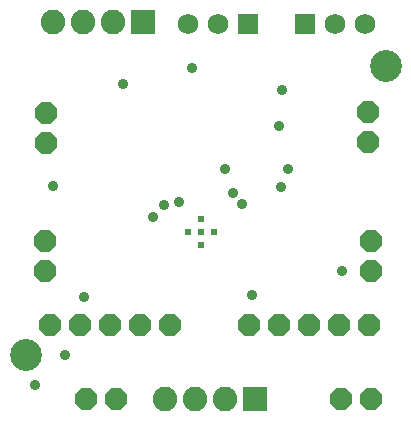
<source format=gbs>
G04 Layer_Color=8150272*
%FSLAX43Y43*%
%MOMM*%
G71*
G01*
G75*
%ADD62C,1.753*%
%ADD63R,1.753X1.753*%
%ADD64R,2.083X2.083*%
%ADD65C,2.083*%
%ADD66P,2.034X8X202.5*%
%ADD67P,2.034X8X292.5*%
%ADD68C,2.703*%
%ADD69C,0.903*%
%ADD70C,0.603*%
D62*
X61468Y82550D02*
D03*
X64008D02*
D03*
X76454D02*
D03*
X73914D02*
D03*
D63*
X66548D02*
D03*
X71374D02*
D03*
D64*
X57658Y82677D02*
D03*
X67183Y50825D02*
D03*
D65*
X55118Y82677D02*
D03*
X52578D02*
D03*
X50038D02*
D03*
X64643Y50825D02*
D03*
X62103D02*
D03*
X59563D02*
D03*
D66*
X49474Y75014D02*
D03*
Y72474D02*
D03*
X76962Y61595D02*
D03*
Y64135D02*
D03*
X49403Y61595D02*
D03*
Y64135D02*
D03*
X76764Y72560D02*
D03*
Y75100D02*
D03*
D67*
X66675Y57023D02*
D03*
X69215D02*
D03*
X71755D02*
D03*
X74295D02*
D03*
X76835D02*
D03*
X49784D02*
D03*
X52324D02*
D03*
X54864D02*
D03*
X57404D02*
D03*
X59944D02*
D03*
X55372Y50800D02*
D03*
X52832D02*
D03*
X76962D02*
D03*
X74422D02*
D03*
D68*
X47752Y54483D02*
D03*
X78232Y78994D02*
D03*
D69*
X69215Y73914D02*
D03*
X56007Y77470D02*
D03*
X64643Y70231D02*
D03*
X69977D02*
D03*
X69342Y68707D02*
D03*
X60706Y67437D02*
D03*
X61868Y78848D02*
D03*
X69469Y76962D02*
D03*
X48514Y51943D02*
D03*
X50053Y68819D02*
D03*
X66929Y59563D02*
D03*
X66040Y67310D02*
D03*
X65278Y68199D02*
D03*
X58547Y66167D02*
D03*
X59436Y67183D02*
D03*
X74568Y61614D02*
D03*
X52705Y59436D02*
D03*
X51054Y54483D02*
D03*
D70*
X62611Y64897D02*
D03*
Y63797D02*
D03*
X63711Y64897D02*
D03*
X61511D02*
D03*
X62611Y65997D02*
D03*
M02*

</source>
